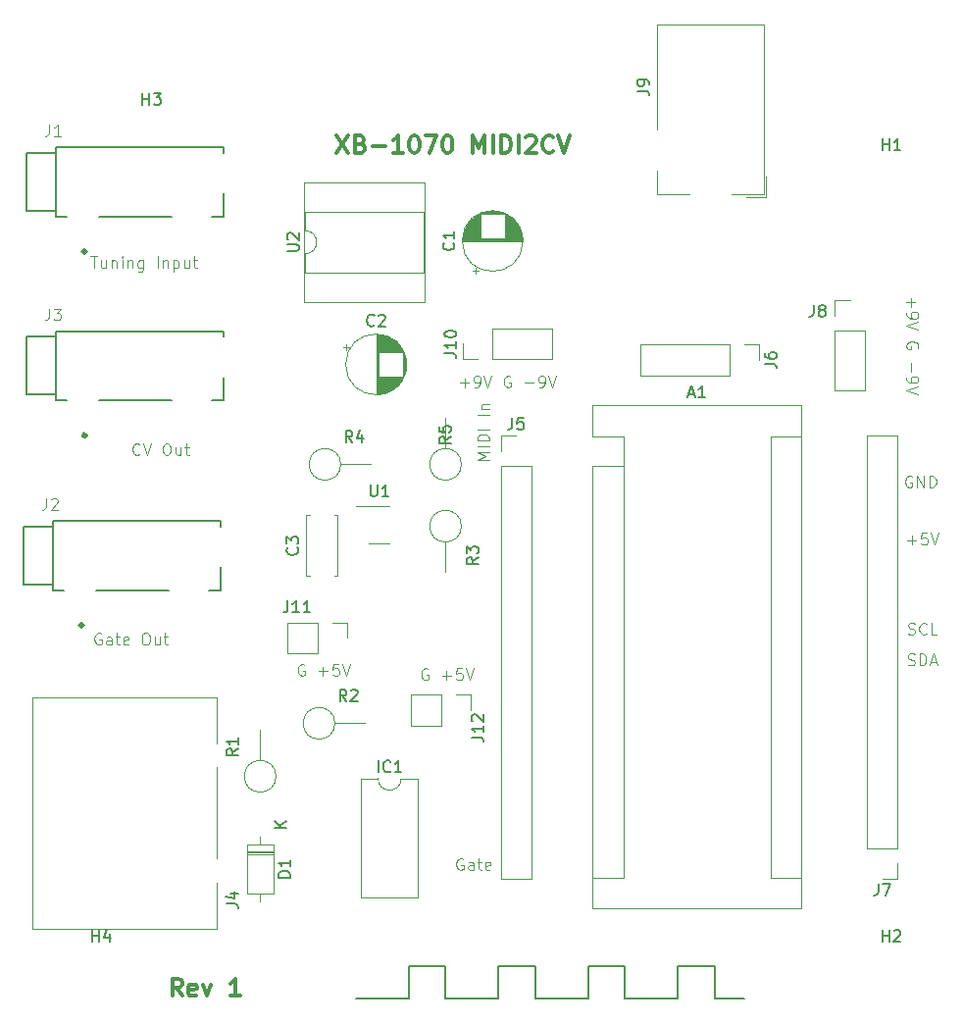
<source format=gbr>
G04 #@! TF.GenerationSoftware,KiCad,Pcbnew,(5.0.1)-rc2*
G04 #@! TF.CreationDate,2018-12-18T19:29:48-05:00*
G04 #@! TF.ProjectId,midi2cv,6D6964693263762E6B696361645F7063,rev?*
G04 #@! TF.SameCoordinates,Original*
G04 #@! TF.FileFunction,Legend,Top*
G04 #@! TF.FilePolarity,Positive*
%FSLAX46Y46*%
G04 Gerber Fmt 4.6, Leading zero omitted, Abs format (unit mm)*
G04 Created by KiCad (PCBNEW (5.0.1)-rc2) date 12/18/2018 7:29:48 PM*
%MOMM*%
%LPD*%
G01*
G04 APERTURE LIST*
%ADD10C,0.200000*%
%ADD11C,0.300000*%
%ADD12C,0.100000*%
%ADD13C,0.120000*%
%ADD14C,0.127000*%
%ADD15C,0.150000*%
%ADD16C,0.050000*%
G04 APERTURE END LIST*
D10*
X177800000Y-125349000D02*
X182372000Y-125349000D01*
X185547000Y-125349000D02*
X188087000Y-125349000D01*
X182372000Y-122555000D02*
X185547000Y-122555000D01*
X185547000Y-122555000D02*
X185547000Y-125349000D01*
X182372000Y-125349000D02*
X182372000Y-122555000D01*
X174625000Y-125349000D02*
X174625000Y-122555000D01*
X170053000Y-125349000D02*
X174625000Y-125349000D01*
X177800000Y-125349000D02*
X180340000Y-125349000D01*
X177800000Y-122555000D02*
X177800000Y-125349000D01*
X174625000Y-122555000D02*
X177800000Y-122555000D01*
X166878000Y-122555000D02*
X170053000Y-122555000D01*
X166878000Y-125349000D02*
X166878000Y-122555000D01*
X162306000Y-125349000D02*
X166878000Y-125349000D01*
X170053000Y-122555000D02*
X170053000Y-125349000D01*
X170053000Y-125349000D02*
X172593000Y-125349000D01*
X162306000Y-125349000D02*
X164846000Y-125349000D01*
X162306000Y-122555000D02*
X162306000Y-125349000D01*
X159131000Y-122555000D02*
X162306000Y-122555000D01*
X159131000Y-125349000D02*
X159131000Y-122555000D01*
X154559000Y-125349000D02*
X159131000Y-125349000D01*
D11*
X139569285Y-125138571D02*
X139069285Y-124424285D01*
X138712142Y-125138571D02*
X138712142Y-123638571D01*
X139283571Y-123638571D01*
X139426428Y-123710000D01*
X139497857Y-123781428D01*
X139569285Y-123924285D01*
X139569285Y-124138571D01*
X139497857Y-124281428D01*
X139426428Y-124352857D01*
X139283571Y-124424285D01*
X138712142Y-124424285D01*
X140783571Y-125067142D02*
X140640714Y-125138571D01*
X140355000Y-125138571D01*
X140212142Y-125067142D01*
X140140714Y-124924285D01*
X140140714Y-124352857D01*
X140212142Y-124210000D01*
X140355000Y-124138571D01*
X140640714Y-124138571D01*
X140783571Y-124210000D01*
X140855000Y-124352857D01*
X140855000Y-124495714D01*
X140140714Y-124638571D01*
X141355000Y-124138571D02*
X141712142Y-125138571D01*
X142069285Y-124138571D01*
X144569285Y-125138571D02*
X143712142Y-125138571D01*
X144140714Y-125138571D02*
X144140714Y-123638571D01*
X143997857Y-123852857D01*
X143855000Y-123995714D01*
X143712142Y-124067142D01*
X152905285Y-50867571D02*
X153905285Y-52367571D01*
X153905285Y-50867571D02*
X152905285Y-52367571D01*
X154976714Y-51581857D02*
X155191000Y-51653285D01*
X155262428Y-51724714D01*
X155333857Y-51867571D01*
X155333857Y-52081857D01*
X155262428Y-52224714D01*
X155191000Y-52296142D01*
X155048142Y-52367571D01*
X154476714Y-52367571D01*
X154476714Y-50867571D01*
X154976714Y-50867571D01*
X155119571Y-50939000D01*
X155191000Y-51010428D01*
X155262428Y-51153285D01*
X155262428Y-51296142D01*
X155191000Y-51439000D01*
X155119571Y-51510428D01*
X154976714Y-51581857D01*
X154476714Y-51581857D01*
X155976714Y-51796142D02*
X157119571Y-51796142D01*
X158619571Y-52367571D02*
X157762428Y-52367571D01*
X158191000Y-52367571D02*
X158191000Y-50867571D01*
X158048142Y-51081857D01*
X157905285Y-51224714D01*
X157762428Y-51296142D01*
X159548142Y-50867571D02*
X159691000Y-50867571D01*
X159833857Y-50939000D01*
X159905285Y-51010428D01*
X159976714Y-51153285D01*
X160048142Y-51439000D01*
X160048142Y-51796142D01*
X159976714Y-52081857D01*
X159905285Y-52224714D01*
X159833857Y-52296142D01*
X159691000Y-52367571D01*
X159548142Y-52367571D01*
X159405285Y-52296142D01*
X159333857Y-52224714D01*
X159262428Y-52081857D01*
X159191000Y-51796142D01*
X159191000Y-51439000D01*
X159262428Y-51153285D01*
X159333857Y-51010428D01*
X159405285Y-50939000D01*
X159548142Y-50867571D01*
X160548142Y-50867571D02*
X161548142Y-50867571D01*
X160905285Y-52367571D01*
X162405285Y-50867571D02*
X162548142Y-50867571D01*
X162691000Y-50939000D01*
X162762428Y-51010428D01*
X162833857Y-51153285D01*
X162905285Y-51439000D01*
X162905285Y-51796142D01*
X162833857Y-52081857D01*
X162762428Y-52224714D01*
X162691000Y-52296142D01*
X162548142Y-52367571D01*
X162405285Y-52367571D01*
X162262428Y-52296142D01*
X162191000Y-52224714D01*
X162119571Y-52081857D01*
X162048142Y-51796142D01*
X162048142Y-51439000D01*
X162119571Y-51153285D01*
X162191000Y-51010428D01*
X162262428Y-50939000D01*
X162405285Y-50867571D01*
X164691000Y-52367571D02*
X164691000Y-50867571D01*
X165191000Y-51939000D01*
X165691000Y-50867571D01*
X165691000Y-52367571D01*
X166405285Y-52367571D02*
X166405285Y-50867571D01*
X167119571Y-52367571D02*
X167119571Y-50867571D01*
X167476714Y-50867571D01*
X167691000Y-50939000D01*
X167833857Y-51081857D01*
X167905285Y-51224714D01*
X167976714Y-51510428D01*
X167976714Y-51724714D01*
X167905285Y-52010428D01*
X167833857Y-52153285D01*
X167691000Y-52296142D01*
X167476714Y-52367571D01*
X167119571Y-52367571D01*
X168619571Y-52367571D02*
X168619571Y-50867571D01*
X169262428Y-51010428D02*
X169333857Y-50939000D01*
X169476714Y-50867571D01*
X169833857Y-50867571D01*
X169976714Y-50939000D01*
X170048142Y-51010428D01*
X170119571Y-51153285D01*
X170119571Y-51296142D01*
X170048142Y-51510428D01*
X169191000Y-52367571D01*
X170119571Y-52367571D01*
X171619571Y-52224714D02*
X171548142Y-52296142D01*
X171333857Y-52367571D01*
X171191000Y-52367571D01*
X170976714Y-52296142D01*
X170833857Y-52153285D01*
X170762428Y-52010428D01*
X170691000Y-51724714D01*
X170691000Y-51510428D01*
X170762428Y-51224714D01*
X170833857Y-51081857D01*
X170976714Y-50939000D01*
X171191000Y-50867571D01*
X171333857Y-50867571D01*
X171548142Y-50939000D01*
X171619571Y-51010428D01*
X172048142Y-50867571D02*
X172548142Y-52367571D01*
X173048142Y-50867571D01*
D12*
X163568571Y-72207428D02*
X164330476Y-72207428D01*
X163949523Y-72588380D02*
X163949523Y-71826476D01*
X164854285Y-72588380D02*
X165044761Y-72588380D01*
X165140000Y-72540761D01*
X165187619Y-72493142D01*
X165282857Y-72350285D01*
X165330476Y-72159809D01*
X165330476Y-71778857D01*
X165282857Y-71683619D01*
X165235238Y-71636000D01*
X165140000Y-71588380D01*
X164949523Y-71588380D01*
X164854285Y-71636000D01*
X164806666Y-71683619D01*
X164759047Y-71778857D01*
X164759047Y-72016952D01*
X164806666Y-72112190D01*
X164854285Y-72159809D01*
X164949523Y-72207428D01*
X165140000Y-72207428D01*
X165235238Y-72159809D01*
X165282857Y-72112190D01*
X165330476Y-72016952D01*
X165616190Y-71588380D02*
X165949523Y-72588380D01*
X166282857Y-71588380D01*
X167901904Y-71636000D02*
X167806666Y-71588380D01*
X167663809Y-71588380D01*
X167520952Y-71636000D01*
X167425714Y-71731238D01*
X167378095Y-71826476D01*
X167330476Y-72016952D01*
X167330476Y-72159809D01*
X167378095Y-72350285D01*
X167425714Y-72445523D01*
X167520952Y-72540761D01*
X167663809Y-72588380D01*
X167759047Y-72588380D01*
X167901904Y-72540761D01*
X167949523Y-72493142D01*
X167949523Y-72159809D01*
X167759047Y-72159809D01*
X169140000Y-72207428D02*
X169901904Y-72207428D01*
X170425714Y-72588380D02*
X170616190Y-72588380D01*
X170711428Y-72540761D01*
X170759047Y-72493142D01*
X170854285Y-72350285D01*
X170901904Y-72159809D01*
X170901904Y-71778857D01*
X170854285Y-71683619D01*
X170806666Y-71636000D01*
X170711428Y-71588380D01*
X170520952Y-71588380D01*
X170425714Y-71636000D01*
X170378095Y-71683619D01*
X170330476Y-71778857D01*
X170330476Y-72016952D01*
X170378095Y-72112190D01*
X170425714Y-72159809D01*
X170520952Y-72207428D01*
X170711428Y-72207428D01*
X170806666Y-72159809D01*
X170854285Y-72112190D01*
X170901904Y-72016952D01*
X171187619Y-71588380D02*
X171520952Y-72588380D01*
X171854285Y-71588380D01*
X150122142Y-96528000D02*
X150026904Y-96480380D01*
X149884047Y-96480380D01*
X149741190Y-96528000D01*
X149645952Y-96623238D01*
X149598333Y-96718476D01*
X149550714Y-96908952D01*
X149550714Y-97051809D01*
X149598333Y-97242285D01*
X149645952Y-97337523D01*
X149741190Y-97432761D01*
X149884047Y-97480380D01*
X149979285Y-97480380D01*
X150122142Y-97432761D01*
X150169761Y-97385142D01*
X150169761Y-97051809D01*
X149979285Y-97051809D01*
X151360238Y-97099428D02*
X152122142Y-97099428D01*
X151741190Y-97480380D02*
X151741190Y-96718476D01*
X153074523Y-96480380D02*
X152598333Y-96480380D01*
X152550714Y-96956571D01*
X152598333Y-96908952D01*
X152693571Y-96861333D01*
X152931666Y-96861333D01*
X153026904Y-96908952D01*
X153074523Y-96956571D01*
X153122142Y-97051809D01*
X153122142Y-97289904D01*
X153074523Y-97385142D01*
X153026904Y-97432761D01*
X152931666Y-97480380D01*
X152693571Y-97480380D01*
X152598333Y-97432761D01*
X152550714Y-97385142D01*
X153407857Y-96480380D02*
X153741190Y-97480380D01*
X154074523Y-96480380D01*
X160790142Y-96909000D02*
X160694904Y-96861380D01*
X160552047Y-96861380D01*
X160409190Y-96909000D01*
X160313952Y-97004238D01*
X160266333Y-97099476D01*
X160218714Y-97289952D01*
X160218714Y-97432809D01*
X160266333Y-97623285D01*
X160313952Y-97718523D01*
X160409190Y-97813761D01*
X160552047Y-97861380D01*
X160647285Y-97861380D01*
X160790142Y-97813761D01*
X160837761Y-97766142D01*
X160837761Y-97432809D01*
X160647285Y-97432809D01*
X162028238Y-97480428D02*
X162790142Y-97480428D01*
X162409190Y-97861380D02*
X162409190Y-97099476D01*
X163742523Y-96861380D02*
X163266333Y-96861380D01*
X163218714Y-97337571D01*
X163266333Y-97289952D01*
X163361571Y-97242333D01*
X163599666Y-97242333D01*
X163694904Y-97289952D01*
X163742523Y-97337571D01*
X163790142Y-97432809D01*
X163790142Y-97670904D01*
X163742523Y-97766142D01*
X163694904Y-97813761D01*
X163599666Y-97861380D01*
X163361571Y-97861380D01*
X163266333Y-97813761D01*
X163218714Y-97766142D01*
X164075857Y-96861380D02*
X164409190Y-97861380D01*
X164742523Y-96861380D01*
X166060380Y-78834952D02*
X165060380Y-78834952D01*
X165774666Y-78501619D01*
X165060380Y-78168285D01*
X166060380Y-78168285D01*
X166060380Y-77692095D02*
X165060380Y-77692095D01*
X166060380Y-77215904D02*
X165060380Y-77215904D01*
X165060380Y-76977809D01*
X165108000Y-76834952D01*
X165203238Y-76739714D01*
X165298476Y-76692095D01*
X165488952Y-76644476D01*
X165631809Y-76644476D01*
X165822285Y-76692095D01*
X165917523Y-76739714D01*
X166012761Y-76834952D01*
X166060380Y-76977809D01*
X166060380Y-77215904D01*
X166060380Y-76215904D02*
X165060380Y-76215904D01*
X166060380Y-74977809D02*
X165060380Y-74977809D01*
X165393714Y-74501619D02*
X166060380Y-74501619D01*
X165488952Y-74501619D02*
X165441333Y-74454000D01*
X165393714Y-74358761D01*
X165393714Y-74215904D01*
X165441333Y-74120666D01*
X165536571Y-74073047D01*
X166060380Y-74073047D01*
X163814238Y-113292000D02*
X163719000Y-113244380D01*
X163576142Y-113244380D01*
X163433285Y-113292000D01*
X163338047Y-113387238D01*
X163290428Y-113482476D01*
X163242809Y-113672952D01*
X163242809Y-113815809D01*
X163290428Y-114006285D01*
X163338047Y-114101523D01*
X163433285Y-114196761D01*
X163576142Y-114244380D01*
X163671380Y-114244380D01*
X163814238Y-114196761D01*
X163861857Y-114149142D01*
X163861857Y-113815809D01*
X163671380Y-113815809D01*
X164719000Y-114244380D02*
X164719000Y-113720571D01*
X164671380Y-113625333D01*
X164576142Y-113577714D01*
X164385666Y-113577714D01*
X164290428Y-113625333D01*
X164719000Y-114196761D02*
X164623761Y-114244380D01*
X164385666Y-114244380D01*
X164290428Y-114196761D01*
X164242809Y-114101523D01*
X164242809Y-114006285D01*
X164290428Y-113911047D01*
X164385666Y-113863428D01*
X164623761Y-113863428D01*
X164719000Y-113815809D01*
X165052333Y-113577714D02*
X165433285Y-113577714D01*
X165195190Y-113244380D02*
X165195190Y-114101523D01*
X165242809Y-114196761D01*
X165338047Y-114244380D01*
X165433285Y-114244380D01*
X166147571Y-114196761D02*
X166052333Y-114244380D01*
X165861857Y-114244380D01*
X165766619Y-114196761D01*
X165719000Y-114101523D01*
X165719000Y-113720571D01*
X165766619Y-113625333D01*
X165861857Y-113577714D01*
X166052333Y-113577714D01*
X166147571Y-113625333D01*
X166195190Y-113720571D01*
X166195190Y-113815809D01*
X165719000Y-113911047D01*
X202565095Y-80272000D02*
X202469857Y-80224380D01*
X202327000Y-80224380D01*
X202184142Y-80272000D01*
X202088904Y-80367238D01*
X202041285Y-80462476D01*
X201993666Y-80652952D01*
X201993666Y-80795809D01*
X202041285Y-80986285D01*
X202088904Y-81081523D01*
X202184142Y-81176761D01*
X202327000Y-81224380D01*
X202422238Y-81224380D01*
X202565095Y-81176761D01*
X202612714Y-81129142D01*
X202612714Y-80795809D01*
X202422238Y-80795809D01*
X203041285Y-81224380D02*
X203041285Y-80224380D01*
X203612714Y-81224380D01*
X203612714Y-80224380D01*
X204088904Y-81224380D02*
X204088904Y-80224380D01*
X204327000Y-80224380D01*
X204469857Y-80272000D01*
X204565095Y-80367238D01*
X204612714Y-80462476D01*
X204660333Y-80652952D01*
X204660333Y-80795809D01*
X204612714Y-80986285D01*
X204565095Y-81081523D01*
X204469857Y-81176761D01*
X204327000Y-81224380D01*
X204088904Y-81224380D01*
X202168285Y-85796428D02*
X202930190Y-85796428D01*
X202549238Y-86177380D02*
X202549238Y-85415476D01*
X203882571Y-85177380D02*
X203406380Y-85177380D01*
X203358761Y-85653571D01*
X203406380Y-85605952D01*
X203501619Y-85558333D01*
X203739714Y-85558333D01*
X203834952Y-85605952D01*
X203882571Y-85653571D01*
X203930190Y-85748809D01*
X203930190Y-85986904D01*
X203882571Y-86082142D01*
X203834952Y-86129761D01*
X203739714Y-86177380D01*
X203501619Y-86177380D01*
X203406380Y-86129761D01*
X203358761Y-86082142D01*
X204215904Y-85177380D02*
X204549238Y-86177380D01*
X204882571Y-85177380D01*
X202239714Y-96543761D02*
X202382571Y-96591380D01*
X202620666Y-96591380D01*
X202715904Y-96543761D01*
X202763523Y-96496142D01*
X202811142Y-96400904D01*
X202811142Y-96305666D01*
X202763523Y-96210428D01*
X202715904Y-96162809D01*
X202620666Y-96115190D01*
X202430190Y-96067571D01*
X202334952Y-96019952D01*
X202287333Y-95972333D01*
X202239714Y-95877095D01*
X202239714Y-95781857D01*
X202287333Y-95686619D01*
X202334952Y-95639000D01*
X202430190Y-95591380D01*
X202668285Y-95591380D01*
X202811142Y-95639000D01*
X203239714Y-96591380D02*
X203239714Y-95591380D01*
X203477809Y-95591380D01*
X203620666Y-95639000D01*
X203715904Y-95734238D01*
X203763523Y-95829476D01*
X203811142Y-96019952D01*
X203811142Y-96162809D01*
X203763523Y-96353285D01*
X203715904Y-96448523D01*
X203620666Y-96543761D01*
X203477809Y-96591380D01*
X203239714Y-96591380D01*
X204192095Y-96305666D02*
X204668285Y-96305666D01*
X204096857Y-96591380D02*
X204430190Y-95591380D01*
X204763523Y-96591380D01*
X202263523Y-93876761D02*
X202406380Y-93924380D01*
X202644476Y-93924380D01*
X202739714Y-93876761D01*
X202787333Y-93829142D01*
X202834952Y-93733904D01*
X202834952Y-93638666D01*
X202787333Y-93543428D01*
X202739714Y-93495809D01*
X202644476Y-93448190D01*
X202454000Y-93400571D01*
X202358761Y-93352952D01*
X202311142Y-93305333D01*
X202263523Y-93210095D01*
X202263523Y-93114857D01*
X202311142Y-93019619D01*
X202358761Y-92972000D01*
X202454000Y-92924380D01*
X202692095Y-92924380D01*
X202834952Y-92972000D01*
X203834952Y-93829142D02*
X203787333Y-93876761D01*
X203644476Y-93924380D01*
X203549238Y-93924380D01*
X203406380Y-93876761D01*
X203311142Y-93781523D01*
X203263523Y-93686285D01*
X203215904Y-93495809D01*
X203215904Y-93352952D01*
X203263523Y-93162476D01*
X203311142Y-93067238D01*
X203406380Y-92972000D01*
X203549238Y-92924380D01*
X203644476Y-92924380D01*
X203787333Y-92972000D01*
X203834952Y-93019619D01*
X204739714Y-93924380D02*
X204263523Y-93924380D01*
X204263523Y-92924380D01*
X202493571Y-64889571D02*
X202493571Y-65651476D01*
X202112619Y-65270523D02*
X202874523Y-65270523D01*
X202112619Y-66175285D02*
X202112619Y-66365761D01*
X202160238Y-66461000D01*
X202207857Y-66508619D01*
X202350714Y-66603857D01*
X202541190Y-66651476D01*
X202922142Y-66651476D01*
X203017380Y-66603857D01*
X203065000Y-66556238D01*
X203112619Y-66461000D01*
X203112619Y-66270523D01*
X203065000Y-66175285D01*
X203017380Y-66127666D01*
X202922142Y-66080047D01*
X202684047Y-66080047D01*
X202588809Y-66127666D01*
X202541190Y-66175285D01*
X202493571Y-66270523D01*
X202493571Y-66461000D01*
X202541190Y-66556238D01*
X202588809Y-66603857D01*
X202684047Y-66651476D01*
X203112619Y-66937190D02*
X202112619Y-67270523D01*
X203112619Y-67603857D01*
X203065000Y-69222904D02*
X203112619Y-69127666D01*
X203112619Y-68984809D01*
X203065000Y-68841952D01*
X202969761Y-68746714D01*
X202874523Y-68699095D01*
X202684047Y-68651476D01*
X202541190Y-68651476D01*
X202350714Y-68699095D01*
X202255476Y-68746714D01*
X202160238Y-68841952D01*
X202112619Y-68984809D01*
X202112619Y-69080047D01*
X202160238Y-69222904D01*
X202207857Y-69270523D01*
X202541190Y-69270523D01*
X202541190Y-69080047D01*
X202493571Y-70461000D02*
X202493571Y-71222904D01*
X202112619Y-71746714D02*
X202112619Y-71937190D01*
X202160238Y-72032428D01*
X202207857Y-72080047D01*
X202350714Y-72175285D01*
X202541190Y-72222904D01*
X202922142Y-72222904D01*
X203017380Y-72175285D01*
X203065000Y-72127666D01*
X203112619Y-72032428D01*
X203112619Y-71841952D01*
X203065000Y-71746714D01*
X203017380Y-71699095D01*
X202922142Y-71651476D01*
X202684047Y-71651476D01*
X202588809Y-71699095D01*
X202541190Y-71746714D01*
X202493571Y-71841952D01*
X202493571Y-72032428D01*
X202541190Y-72127666D01*
X202588809Y-72175285D01*
X202684047Y-72222904D01*
X203112619Y-72508619D02*
X202112619Y-72841952D01*
X203112619Y-73175285D01*
D13*
G04 #@! TO.C,J12*
X164525000Y-99127000D02*
X164525000Y-100457000D01*
X163195000Y-99127000D02*
X164525000Y-99127000D01*
X161925000Y-99127000D02*
X161925000Y-101787000D01*
X161925000Y-101787000D02*
X159325000Y-101787000D01*
X161925000Y-99127000D02*
X159325000Y-99127000D01*
X159325000Y-99127000D02*
X159325000Y-101787000D01*
G04 #@! TO.C,J11*
X148657000Y-92904000D02*
X148657000Y-95564000D01*
X151257000Y-92904000D02*
X148657000Y-92904000D01*
X151257000Y-95564000D02*
X148657000Y-95564000D01*
X151257000Y-92904000D02*
X151257000Y-95564000D01*
X152527000Y-92904000D02*
X153857000Y-92904000D01*
X153857000Y-92904000D02*
X153857000Y-94234000D01*
G04 #@! TO.C,J10*
X171510000Y-70164000D02*
X171510000Y-67504000D01*
X166370000Y-70164000D02*
X171510000Y-70164000D01*
X166370000Y-67504000D02*
X171510000Y-67504000D01*
X166370000Y-70164000D02*
X166370000Y-67504000D01*
X165100000Y-70164000D02*
X163770000Y-70164000D01*
X163770000Y-70164000D02*
X163770000Y-68834000D01*
G04 #@! TO.C,J9*
X180566000Y-50318000D02*
X180566000Y-41318000D01*
X180566000Y-41318000D02*
X189766000Y-41318000D01*
X189766000Y-41318000D02*
X189766000Y-55918000D01*
X189766000Y-55918000D02*
X186966000Y-55918000D01*
X183366000Y-55918000D02*
X180566000Y-55918000D01*
X180566000Y-55918000D02*
X180566000Y-53918000D01*
X190006000Y-54418000D02*
X190006000Y-56158000D01*
X190006000Y-56158000D02*
X188266000Y-56158000D01*
G04 #@! TO.C,J4*
X142582000Y-115380000D02*
X142582000Y-119340000D01*
X142582000Y-105400000D02*
X142582000Y-113270000D01*
X142582000Y-119340000D02*
X126652000Y-119340000D01*
X126652000Y-99340000D02*
X126652000Y-119340000D01*
X142582000Y-99340000D02*
X126652000Y-99340000D01*
X142582000Y-99340000D02*
X142582000Y-103300000D01*
G04 #@! TO.C,A1*
X177673000Y-79375000D02*
X177673000Y-76835000D01*
X177673000Y-76835000D02*
X175003000Y-76835000D01*
X175003000Y-79375000D02*
X175003000Y-117605000D01*
X175003000Y-74165000D02*
X175003000Y-76835000D01*
X190373000Y-76835000D02*
X193043000Y-76835000D01*
X190373000Y-76835000D02*
X190373000Y-114935000D01*
X190373000Y-114935000D02*
X193043000Y-114935000D01*
X177673000Y-79375000D02*
X175003000Y-79375000D01*
X177673000Y-79375000D02*
X177673000Y-114935000D01*
X177673000Y-114935000D02*
X175003000Y-114935000D01*
X175003000Y-117605000D02*
X193043000Y-117605000D01*
X193043000Y-117605000D02*
X193043000Y-74165000D01*
X193043000Y-74165000D02*
X175003000Y-74165000D01*
G04 #@! TO.C,C1*
X168990000Y-59964000D02*
G75*
G03X168990000Y-59964000I-2620000J0D01*
G01*
X163790000Y-59964000D02*
X168950000Y-59964000D01*
X163790000Y-59924000D02*
X168950000Y-59924000D01*
X163791000Y-59884000D02*
X168949000Y-59884000D01*
X163792000Y-59844000D02*
X168948000Y-59844000D01*
X163794000Y-59804000D02*
X168946000Y-59804000D01*
X163797000Y-59764000D02*
X168943000Y-59764000D01*
X163801000Y-59724000D02*
X165330000Y-59724000D01*
X167410000Y-59724000D02*
X168939000Y-59724000D01*
X163805000Y-59684000D02*
X165330000Y-59684000D01*
X167410000Y-59684000D02*
X168935000Y-59684000D01*
X163809000Y-59644000D02*
X165330000Y-59644000D01*
X167410000Y-59644000D02*
X168931000Y-59644000D01*
X163814000Y-59604000D02*
X165330000Y-59604000D01*
X167410000Y-59604000D02*
X168926000Y-59604000D01*
X163820000Y-59564000D02*
X165330000Y-59564000D01*
X167410000Y-59564000D02*
X168920000Y-59564000D01*
X163827000Y-59524000D02*
X165330000Y-59524000D01*
X167410000Y-59524000D02*
X168913000Y-59524000D01*
X163834000Y-59484000D02*
X165330000Y-59484000D01*
X167410000Y-59484000D02*
X168906000Y-59484000D01*
X163842000Y-59444000D02*
X165330000Y-59444000D01*
X167410000Y-59444000D02*
X168898000Y-59444000D01*
X163850000Y-59404000D02*
X165330000Y-59404000D01*
X167410000Y-59404000D02*
X168890000Y-59404000D01*
X163859000Y-59364000D02*
X165330000Y-59364000D01*
X167410000Y-59364000D02*
X168881000Y-59364000D01*
X163869000Y-59324000D02*
X165330000Y-59324000D01*
X167410000Y-59324000D02*
X168871000Y-59324000D01*
X163879000Y-59284000D02*
X165330000Y-59284000D01*
X167410000Y-59284000D02*
X168861000Y-59284000D01*
X163890000Y-59243000D02*
X165330000Y-59243000D01*
X167410000Y-59243000D02*
X168850000Y-59243000D01*
X163902000Y-59203000D02*
X165330000Y-59203000D01*
X167410000Y-59203000D02*
X168838000Y-59203000D01*
X163915000Y-59163000D02*
X165330000Y-59163000D01*
X167410000Y-59163000D02*
X168825000Y-59163000D01*
X163928000Y-59123000D02*
X165330000Y-59123000D01*
X167410000Y-59123000D02*
X168812000Y-59123000D01*
X163942000Y-59083000D02*
X165330000Y-59083000D01*
X167410000Y-59083000D02*
X168798000Y-59083000D01*
X163956000Y-59043000D02*
X165330000Y-59043000D01*
X167410000Y-59043000D02*
X168784000Y-59043000D01*
X163972000Y-59003000D02*
X165330000Y-59003000D01*
X167410000Y-59003000D02*
X168768000Y-59003000D01*
X163988000Y-58963000D02*
X165330000Y-58963000D01*
X167410000Y-58963000D02*
X168752000Y-58963000D01*
X164005000Y-58923000D02*
X165330000Y-58923000D01*
X167410000Y-58923000D02*
X168735000Y-58923000D01*
X164022000Y-58883000D02*
X165330000Y-58883000D01*
X167410000Y-58883000D02*
X168718000Y-58883000D01*
X164041000Y-58843000D02*
X165330000Y-58843000D01*
X167410000Y-58843000D02*
X168699000Y-58843000D01*
X164060000Y-58803000D02*
X165330000Y-58803000D01*
X167410000Y-58803000D02*
X168680000Y-58803000D01*
X164080000Y-58763000D02*
X165330000Y-58763000D01*
X167410000Y-58763000D02*
X168660000Y-58763000D01*
X164102000Y-58723000D02*
X165330000Y-58723000D01*
X167410000Y-58723000D02*
X168638000Y-58723000D01*
X164123000Y-58683000D02*
X165330000Y-58683000D01*
X167410000Y-58683000D02*
X168617000Y-58683000D01*
X164146000Y-58643000D02*
X165330000Y-58643000D01*
X167410000Y-58643000D02*
X168594000Y-58643000D01*
X164170000Y-58603000D02*
X165330000Y-58603000D01*
X167410000Y-58603000D02*
X168570000Y-58603000D01*
X164195000Y-58563000D02*
X165330000Y-58563000D01*
X167410000Y-58563000D02*
X168545000Y-58563000D01*
X164221000Y-58523000D02*
X165330000Y-58523000D01*
X167410000Y-58523000D02*
X168519000Y-58523000D01*
X164248000Y-58483000D02*
X165330000Y-58483000D01*
X167410000Y-58483000D02*
X168492000Y-58483000D01*
X164275000Y-58443000D02*
X165330000Y-58443000D01*
X167410000Y-58443000D02*
X168465000Y-58443000D01*
X164305000Y-58403000D02*
X165330000Y-58403000D01*
X167410000Y-58403000D02*
X168435000Y-58403000D01*
X164335000Y-58363000D02*
X165330000Y-58363000D01*
X167410000Y-58363000D02*
X168405000Y-58363000D01*
X164366000Y-58323000D02*
X165330000Y-58323000D01*
X167410000Y-58323000D02*
X168374000Y-58323000D01*
X164399000Y-58283000D02*
X165330000Y-58283000D01*
X167410000Y-58283000D02*
X168341000Y-58283000D01*
X164433000Y-58243000D02*
X165330000Y-58243000D01*
X167410000Y-58243000D02*
X168307000Y-58243000D01*
X164469000Y-58203000D02*
X165330000Y-58203000D01*
X167410000Y-58203000D02*
X168271000Y-58203000D01*
X164506000Y-58163000D02*
X165330000Y-58163000D01*
X167410000Y-58163000D02*
X168234000Y-58163000D01*
X164544000Y-58123000D02*
X165330000Y-58123000D01*
X167410000Y-58123000D02*
X168196000Y-58123000D01*
X164585000Y-58083000D02*
X165330000Y-58083000D01*
X167410000Y-58083000D02*
X168155000Y-58083000D01*
X164627000Y-58043000D02*
X165330000Y-58043000D01*
X167410000Y-58043000D02*
X168113000Y-58043000D01*
X164671000Y-58003000D02*
X165330000Y-58003000D01*
X167410000Y-58003000D02*
X168069000Y-58003000D01*
X164717000Y-57963000D02*
X165330000Y-57963000D01*
X167410000Y-57963000D02*
X168023000Y-57963000D01*
X164765000Y-57923000D02*
X165330000Y-57923000D01*
X167410000Y-57923000D02*
X167975000Y-57923000D01*
X164816000Y-57883000D02*
X165330000Y-57883000D01*
X167410000Y-57883000D02*
X167924000Y-57883000D01*
X164870000Y-57843000D02*
X165330000Y-57843000D01*
X167410000Y-57843000D02*
X167870000Y-57843000D01*
X164927000Y-57803000D02*
X165330000Y-57803000D01*
X167410000Y-57803000D02*
X167813000Y-57803000D01*
X164987000Y-57763000D02*
X165330000Y-57763000D01*
X167410000Y-57763000D02*
X167753000Y-57763000D01*
X165051000Y-57723000D02*
X165330000Y-57723000D01*
X167410000Y-57723000D02*
X167689000Y-57723000D01*
X165119000Y-57683000D02*
X165330000Y-57683000D01*
X167410000Y-57683000D02*
X167621000Y-57683000D01*
X165192000Y-57643000D02*
X167548000Y-57643000D01*
X165272000Y-57603000D02*
X167468000Y-57603000D01*
X165359000Y-57563000D02*
X167381000Y-57563000D01*
X165455000Y-57523000D02*
X167285000Y-57523000D01*
X165565000Y-57483000D02*
X167175000Y-57483000D01*
X165693000Y-57443000D02*
X167047000Y-57443000D01*
X165852000Y-57403000D02*
X166888000Y-57403000D01*
X166086000Y-57363000D02*
X166654000Y-57363000D01*
X164895000Y-62768775D02*
X164895000Y-62268775D01*
X164645000Y-62518775D02*
X165145000Y-62518775D01*
G04 #@! TO.C,C2*
X153762225Y-68887000D02*
X153762225Y-69387000D01*
X153512225Y-69137000D02*
X154012225Y-69137000D01*
X158918000Y-70328000D02*
X158918000Y-70896000D01*
X158878000Y-70094000D02*
X158878000Y-71130000D01*
X158838000Y-69935000D02*
X158838000Y-71289000D01*
X158798000Y-69807000D02*
X158798000Y-71417000D01*
X158758000Y-69697000D02*
X158758000Y-71527000D01*
X158718000Y-69601000D02*
X158718000Y-71623000D01*
X158678000Y-69514000D02*
X158678000Y-71710000D01*
X158638000Y-69434000D02*
X158638000Y-71790000D01*
X158598000Y-71652000D02*
X158598000Y-71863000D01*
X158598000Y-69361000D02*
X158598000Y-69572000D01*
X158558000Y-71652000D02*
X158558000Y-71931000D01*
X158558000Y-69293000D02*
X158558000Y-69572000D01*
X158518000Y-71652000D02*
X158518000Y-71995000D01*
X158518000Y-69229000D02*
X158518000Y-69572000D01*
X158478000Y-71652000D02*
X158478000Y-72055000D01*
X158478000Y-69169000D02*
X158478000Y-69572000D01*
X158438000Y-71652000D02*
X158438000Y-72112000D01*
X158438000Y-69112000D02*
X158438000Y-69572000D01*
X158398000Y-71652000D02*
X158398000Y-72166000D01*
X158398000Y-69058000D02*
X158398000Y-69572000D01*
X158358000Y-71652000D02*
X158358000Y-72217000D01*
X158358000Y-69007000D02*
X158358000Y-69572000D01*
X158318000Y-71652000D02*
X158318000Y-72265000D01*
X158318000Y-68959000D02*
X158318000Y-69572000D01*
X158278000Y-71652000D02*
X158278000Y-72311000D01*
X158278000Y-68913000D02*
X158278000Y-69572000D01*
X158238000Y-71652000D02*
X158238000Y-72355000D01*
X158238000Y-68869000D02*
X158238000Y-69572000D01*
X158198000Y-71652000D02*
X158198000Y-72397000D01*
X158198000Y-68827000D02*
X158198000Y-69572000D01*
X158158000Y-71652000D02*
X158158000Y-72438000D01*
X158158000Y-68786000D02*
X158158000Y-69572000D01*
X158118000Y-71652000D02*
X158118000Y-72476000D01*
X158118000Y-68748000D02*
X158118000Y-69572000D01*
X158078000Y-71652000D02*
X158078000Y-72513000D01*
X158078000Y-68711000D02*
X158078000Y-69572000D01*
X158038000Y-71652000D02*
X158038000Y-72549000D01*
X158038000Y-68675000D02*
X158038000Y-69572000D01*
X157998000Y-71652000D02*
X157998000Y-72583000D01*
X157998000Y-68641000D02*
X157998000Y-69572000D01*
X157958000Y-71652000D02*
X157958000Y-72616000D01*
X157958000Y-68608000D02*
X157958000Y-69572000D01*
X157918000Y-71652000D02*
X157918000Y-72647000D01*
X157918000Y-68577000D02*
X157918000Y-69572000D01*
X157878000Y-71652000D02*
X157878000Y-72677000D01*
X157878000Y-68547000D02*
X157878000Y-69572000D01*
X157838000Y-71652000D02*
X157838000Y-72707000D01*
X157838000Y-68517000D02*
X157838000Y-69572000D01*
X157798000Y-71652000D02*
X157798000Y-72734000D01*
X157798000Y-68490000D02*
X157798000Y-69572000D01*
X157758000Y-71652000D02*
X157758000Y-72761000D01*
X157758000Y-68463000D02*
X157758000Y-69572000D01*
X157718000Y-71652000D02*
X157718000Y-72787000D01*
X157718000Y-68437000D02*
X157718000Y-69572000D01*
X157678000Y-71652000D02*
X157678000Y-72812000D01*
X157678000Y-68412000D02*
X157678000Y-69572000D01*
X157638000Y-71652000D02*
X157638000Y-72836000D01*
X157638000Y-68388000D02*
X157638000Y-69572000D01*
X157598000Y-71652000D02*
X157598000Y-72859000D01*
X157598000Y-68365000D02*
X157598000Y-69572000D01*
X157558000Y-71652000D02*
X157558000Y-72880000D01*
X157558000Y-68344000D02*
X157558000Y-69572000D01*
X157518000Y-71652000D02*
X157518000Y-72902000D01*
X157518000Y-68322000D02*
X157518000Y-69572000D01*
X157478000Y-71652000D02*
X157478000Y-72922000D01*
X157478000Y-68302000D02*
X157478000Y-69572000D01*
X157438000Y-71652000D02*
X157438000Y-72941000D01*
X157438000Y-68283000D02*
X157438000Y-69572000D01*
X157398000Y-71652000D02*
X157398000Y-72960000D01*
X157398000Y-68264000D02*
X157398000Y-69572000D01*
X157358000Y-71652000D02*
X157358000Y-72977000D01*
X157358000Y-68247000D02*
X157358000Y-69572000D01*
X157318000Y-71652000D02*
X157318000Y-72994000D01*
X157318000Y-68230000D02*
X157318000Y-69572000D01*
X157278000Y-71652000D02*
X157278000Y-73010000D01*
X157278000Y-68214000D02*
X157278000Y-69572000D01*
X157238000Y-71652000D02*
X157238000Y-73026000D01*
X157238000Y-68198000D02*
X157238000Y-69572000D01*
X157198000Y-71652000D02*
X157198000Y-73040000D01*
X157198000Y-68184000D02*
X157198000Y-69572000D01*
X157158000Y-71652000D02*
X157158000Y-73054000D01*
X157158000Y-68170000D02*
X157158000Y-69572000D01*
X157118000Y-71652000D02*
X157118000Y-73067000D01*
X157118000Y-68157000D02*
X157118000Y-69572000D01*
X157078000Y-71652000D02*
X157078000Y-73080000D01*
X157078000Y-68144000D02*
X157078000Y-69572000D01*
X157038000Y-71652000D02*
X157038000Y-73092000D01*
X157038000Y-68132000D02*
X157038000Y-69572000D01*
X156997000Y-71652000D02*
X156997000Y-73103000D01*
X156997000Y-68121000D02*
X156997000Y-69572000D01*
X156957000Y-71652000D02*
X156957000Y-73113000D01*
X156957000Y-68111000D02*
X156957000Y-69572000D01*
X156917000Y-71652000D02*
X156917000Y-73123000D01*
X156917000Y-68101000D02*
X156917000Y-69572000D01*
X156877000Y-71652000D02*
X156877000Y-73132000D01*
X156877000Y-68092000D02*
X156877000Y-69572000D01*
X156837000Y-71652000D02*
X156837000Y-73140000D01*
X156837000Y-68084000D02*
X156837000Y-69572000D01*
X156797000Y-71652000D02*
X156797000Y-73148000D01*
X156797000Y-68076000D02*
X156797000Y-69572000D01*
X156757000Y-71652000D02*
X156757000Y-73155000D01*
X156757000Y-68069000D02*
X156757000Y-69572000D01*
X156717000Y-71652000D02*
X156717000Y-73162000D01*
X156717000Y-68062000D02*
X156717000Y-69572000D01*
X156677000Y-71652000D02*
X156677000Y-73168000D01*
X156677000Y-68056000D02*
X156677000Y-69572000D01*
X156637000Y-71652000D02*
X156637000Y-73173000D01*
X156637000Y-68051000D02*
X156637000Y-69572000D01*
X156597000Y-71652000D02*
X156597000Y-73177000D01*
X156597000Y-68047000D02*
X156597000Y-69572000D01*
X156557000Y-71652000D02*
X156557000Y-73181000D01*
X156557000Y-68043000D02*
X156557000Y-69572000D01*
X156517000Y-68039000D02*
X156517000Y-73185000D01*
X156477000Y-68036000D02*
X156477000Y-73188000D01*
X156437000Y-68034000D02*
X156437000Y-73190000D01*
X156397000Y-68033000D02*
X156397000Y-73191000D01*
X156357000Y-68032000D02*
X156357000Y-73192000D01*
X156317000Y-68032000D02*
X156317000Y-73192000D01*
X158937000Y-70612000D02*
G75*
G03X158937000Y-70612000I-2620000J0D01*
G01*
G04 #@! TO.C,C3*
X150268000Y-88893000D02*
X150268000Y-83653000D01*
X153008000Y-88893000D02*
X153008000Y-83653000D01*
X150268000Y-88893000D02*
X150583000Y-88893000D01*
X152693000Y-88893000D02*
X153008000Y-88893000D01*
X150268000Y-83653000D02*
X150583000Y-83653000D01*
X152693000Y-83653000D02*
X153008000Y-83653000D01*
G04 #@! TO.C,D1*
X147424000Y-112053000D02*
X145184000Y-112053000D01*
X145184000Y-112053000D02*
X145184000Y-116293000D01*
X145184000Y-116293000D02*
X147424000Y-116293000D01*
X147424000Y-116293000D02*
X147424000Y-112053000D01*
X146304000Y-111403000D02*
X146304000Y-112053000D01*
X146304000Y-116943000D02*
X146304000Y-116293000D01*
X147424000Y-112773000D02*
X145184000Y-112773000D01*
X147424000Y-112893000D02*
X145184000Y-112893000D01*
X147424000Y-112653000D02*
X145184000Y-112653000D01*
G04 #@! TO.C,IC1*
X158480000Y-106366000D02*
G75*
G02X156480000Y-106366000I-1000000J0D01*
G01*
X156480000Y-106366000D02*
X155030000Y-106366000D01*
X155030000Y-106366000D02*
X155030000Y-116646000D01*
X155030000Y-116646000D02*
X159930000Y-116646000D01*
X159930000Y-116646000D02*
X159930000Y-106366000D01*
X159930000Y-106366000D02*
X158480000Y-106366000D01*
D14*
G04 #@! TO.C,J1*
X132390000Y-57864000D02*
X138640000Y-57864000D01*
X143140000Y-57864000D02*
X142140000Y-57864000D01*
X143140000Y-55864000D02*
X143140000Y-57864000D01*
X143140000Y-51864000D02*
X143140000Y-52364000D01*
X128640000Y-51864000D02*
X143140000Y-51864000D01*
X128640000Y-57364000D02*
X128640000Y-51864000D01*
X128640000Y-57864000D02*
X129640000Y-57864000D01*
X128640000Y-57364000D02*
X128640000Y-57864000D01*
X126140000Y-57364000D02*
X128640000Y-57364000D01*
X126140000Y-52364000D02*
X126140000Y-57364000D01*
X128640000Y-52364000D02*
X126140000Y-52364000D01*
D11*
X131290000Y-60864000D02*
G75*
G03X131290000Y-60864000I-150000J0D01*
G01*
G04 #@! TO.C,J2*
X131036000Y-93122000D02*
G75*
G03X131036000Y-93122000I-150000J0D01*
G01*
D14*
X128386000Y-84622000D02*
X125886000Y-84622000D01*
X125886000Y-84622000D02*
X125886000Y-89622000D01*
X125886000Y-89622000D02*
X128386000Y-89622000D01*
X128386000Y-89622000D02*
X128386000Y-90122000D01*
X128386000Y-90122000D02*
X129386000Y-90122000D01*
X128386000Y-89622000D02*
X128386000Y-84122000D01*
X128386000Y-84122000D02*
X142886000Y-84122000D01*
X142886000Y-84122000D02*
X142886000Y-84622000D01*
X142886000Y-88122000D02*
X142886000Y-90122000D01*
X142886000Y-90122000D02*
X141886000Y-90122000D01*
X132136000Y-90122000D02*
X138386000Y-90122000D01*
D11*
G04 #@! TO.C,J3*
X131290000Y-76739000D02*
G75*
G03X131290000Y-76739000I-150000J0D01*
G01*
D14*
X128640000Y-68239000D02*
X126140000Y-68239000D01*
X126140000Y-68239000D02*
X126140000Y-73239000D01*
X126140000Y-73239000D02*
X128640000Y-73239000D01*
X128640000Y-73239000D02*
X128640000Y-73739000D01*
X128640000Y-73739000D02*
X129640000Y-73739000D01*
X128640000Y-73239000D02*
X128640000Y-67739000D01*
X128640000Y-67739000D02*
X143140000Y-67739000D01*
X143140000Y-67739000D02*
X143140000Y-68239000D01*
X143140000Y-71739000D02*
X143140000Y-73739000D01*
X143140000Y-73739000D02*
X142140000Y-73739000D01*
X132390000Y-73739000D02*
X138640000Y-73739000D01*
D13*
G04 #@! TO.C,J5*
X167072000Y-76775000D02*
X168402000Y-76775000D01*
X167072000Y-78105000D02*
X167072000Y-76775000D01*
X167072000Y-79375000D02*
X169732000Y-79375000D01*
X169732000Y-79375000D02*
X169732000Y-114995000D01*
X167072000Y-79375000D02*
X167072000Y-114995000D01*
X167072000Y-114995000D02*
X169732000Y-114995000D01*
G04 #@! TO.C,J6*
X179137000Y-68901000D02*
X179137000Y-71561000D01*
X186817000Y-68901000D02*
X179137000Y-68901000D01*
X186817000Y-71561000D02*
X179137000Y-71561000D01*
X186817000Y-68901000D02*
X186817000Y-71561000D01*
X188087000Y-68901000D02*
X189417000Y-68901000D01*
X189417000Y-68901000D02*
X189417000Y-70231000D01*
G04 #@! TO.C,J7*
X201355000Y-76775000D02*
X198695000Y-76775000D01*
X201355000Y-112395000D02*
X201355000Y-76775000D01*
X198695000Y-112395000D02*
X198695000Y-76775000D01*
X201355000Y-112395000D02*
X198695000Y-112395000D01*
X201355000Y-113665000D02*
X201355000Y-114995000D01*
X201355000Y-114995000D02*
X200025000Y-114995000D01*
G04 #@! TO.C,J8*
X195901000Y-72831000D02*
X198561000Y-72831000D01*
X195901000Y-67691000D02*
X195901000Y-72831000D01*
X198561000Y-67691000D02*
X198561000Y-72831000D01*
X195901000Y-67691000D02*
X198561000Y-67691000D01*
X195901000Y-66421000D02*
X195901000Y-65091000D01*
X195901000Y-65091000D02*
X197231000Y-65091000D01*
G04 #@! TO.C,R1*
X147674000Y-106172000D02*
G75*
G03X147674000Y-106172000I-1370000J0D01*
G01*
X146304000Y-104802000D02*
X146304000Y-102192000D01*
G04 #@! TO.C,R2*
X152754000Y-101600000D02*
G75*
G03X152754000Y-101600000I-1370000J0D01*
G01*
X152754000Y-101600000D02*
X155364000Y-101600000D01*
G04 #@! TO.C,R3*
X163676000Y-84582000D02*
G75*
G03X163676000Y-84582000I-1370000J0D01*
G01*
X162306000Y-85952000D02*
X162306000Y-88562000D01*
G04 #@! TO.C,R4*
X153262000Y-79248000D02*
X155872000Y-79248000D01*
X153262000Y-79248000D02*
G75*
G03X153262000Y-79248000I-1370000J0D01*
G01*
G04 #@! TO.C,R5*
X162306000Y-77878000D02*
X162306000Y-75268000D01*
X163676000Y-79248000D02*
G75*
G03X163676000Y-79248000I-1370000J0D01*
G01*
G04 #@! TO.C,U1*
X155691000Y-86065000D02*
X157491000Y-86065000D01*
X157491000Y-82845000D02*
X154541000Y-82845000D01*
G04 #@! TO.C,U2*
X150181000Y-59071000D02*
G75*
G02X150181000Y-61071000I0J-1000000D01*
G01*
X150181000Y-61071000D02*
X150181000Y-62721000D01*
X150181000Y-62721000D02*
X160461000Y-62721000D01*
X160461000Y-62721000D02*
X160461000Y-57421000D01*
X160461000Y-57421000D02*
X150181000Y-57421000D01*
X150181000Y-57421000D02*
X150181000Y-59071000D01*
X150121000Y-65211000D02*
X160521000Y-65211000D01*
X160521000Y-65211000D02*
X160521000Y-54931000D01*
X160521000Y-54931000D02*
X150121000Y-54931000D01*
X150121000Y-54931000D02*
X150121000Y-65211000D01*
G04 #@! TO.C,H2*
D15*
X200025095Y-120427380D02*
X200025095Y-119427380D01*
X200025095Y-119903571D02*
X200596523Y-119903571D01*
X200596523Y-120427380D02*
X200596523Y-119427380D01*
X201025095Y-119522619D02*
X201072714Y-119475000D01*
X201167952Y-119427380D01*
X201406047Y-119427380D01*
X201501285Y-119475000D01*
X201548904Y-119522619D01*
X201596523Y-119617857D01*
X201596523Y-119713095D01*
X201548904Y-119855952D01*
X200977476Y-120427380D01*
X201596523Y-120427380D01*
G04 #@! TO.C,H1*
X200025095Y-52141380D02*
X200025095Y-51141380D01*
X200025095Y-51617571D02*
X200596523Y-51617571D01*
X200596523Y-52141380D02*
X200596523Y-51141380D01*
X201596523Y-52141380D02*
X201025095Y-52141380D01*
X201310809Y-52141380D02*
X201310809Y-51141380D01*
X201215571Y-51284238D01*
X201120333Y-51379476D01*
X201025095Y-51427095D01*
G04 #@! TO.C,H4*
X131826095Y-120427380D02*
X131826095Y-119427380D01*
X131826095Y-119903571D02*
X132397523Y-119903571D01*
X132397523Y-120427380D02*
X132397523Y-119427380D01*
X133302285Y-119760714D02*
X133302285Y-120427380D01*
X133064190Y-119379761D02*
X132826095Y-120094047D01*
X133445142Y-120094047D01*
G04 #@! TO.C,H3*
X136144095Y-48204380D02*
X136144095Y-47204380D01*
X136144095Y-47680571D02*
X136715523Y-47680571D01*
X136715523Y-48204380D02*
X136715523Y-47204380D01*
X137096476Y-47204380D02*
X137715523Y-47204380D01*
X137382190Y-47585333D01*
X137525047Y-47585333D01*
X137620285Y-47632952D01*
X137667904Y-47680571D01*
X137715523Y-47775809D01*
X137715523Y-48013904D01*
X137667904Y-48109142D01*
X137620285Y-48156761D01*
X137525047Y-48204380D01*
X137239333Y-48204380D01*
X137144095Y-48156761D01*
X137096476Y-48109142D01*
G04 #@! TO.C,J12*
X164552380Y-102790523D02*
X165266666Y-102790523D01*
X165409523Y-102838142D01*
X165504761Y-102933380D01*
X165552380Y-103076238D01*
X165552380Y-103171476D01*
X165552380Y-101790523D02*
X165552380Y-102361952D01*
X165552380Y-102076238D02*
X164552380Y-102076238D01*
X164695238Y-102171476D01*
X164790476Y-102266714D01*
X164838095Y-102361952D01*
X164647619Y-101409571D02*
X164600000Y-101361952D01*
X164552380Y-101266714D01*
X164552380Y-101028619D01*
X164600000Y-100933380D01*
X164647619Y-100885761D01*
X164742857Y-100838142D01*
X164838095Y-100838142D01*
X164980952Y-100885761D01*
X165552380Y-101457190D01*
X165552380Y-100838142D01*
G04 #@! TO.C,J11*
X148669476Y-91019380D02*
X148669476Y-91733666D01*
X148621857Y-91876523D01*
X148526619Y-91971761D01*
X148383761Y-92019380D01*
X148288523Y-92019380D01*
X149669476Y-92019380D02*
X149098047Y-92019380D01*
X149383761Y-92019380D02*
X149383761Y-91019380D01*
X149288523Y-91162238D01*
X149193285Y-91257476D01*
X149098047Y-91305095D01*
X150621857Y-92019380D02*
X150050428Y-92019380D01*
X150336142Y-92019380D02*
X150336142Y-91019380D01*
X150240904Y-91162238D01*
X150145666Y-91257476D01*
X150050428Y-91305095D01*
G04 #@! TO.C,J10*
X162222380Y-69643523D02*
X162936666Y-69643523D01*
X163079523Y-69691142D01*
X163174761Y-69786380D01*
X163222380Y-69929238D01*
X163222380Y-70024476D01*
X163222380Y-68643523D02*
X163222380Y-69214952D01*
X163222380Y-68929238D02*
X162222380Y-68929238D01*
X162365238Y-69024476D01*
X162460476Y-69119714D01*
X162508095Y-69214952D01*
X162222380Y-68024476D02*
X162222380Y-67929238D01*
X162270000Y-67834000D01*
X162317619Y-67786380D01*
X162412857Y-67738761D01*
X162603333Y-67691142D01*
X162841428Y-67691142D01*
X163031904Y-67738761D01*
X163127142Y-67786380D01*
X163174761Y-67834000D01*
X163222380Y-67929238D01*
X163222380Y-68024476D01*
X163174761Y-68119714D01*
X163127142Y-68167333D01*
X163031904Y-68214952D01*
X162841428Y-68262571D01*
X162603333Y-68262571D01*
X162412857Y-68214952D01*
X162317619Y-68167333D01*
X162270000Y-68119714D01*
X162222380Y-68024476D01*
G04 #@! TO.C,J9*
X178868380Y-47001333D02*
X179582666Y-47001333D01*
X179725523Y-47048952D01*
X179820761Y-47144190D01*
X179868380Y-47287047D01*
X179868380Y-47382285D01*
X179868380Y-46477523D02*
X179868380Y-46287047D01*
X179820761Y-46191809D01*
X179773142Y-46144190D01*
X179630285Y-46048952D01*
X179439809Y-46001333D01*
X179058857Y-46001333D01*
X178963619Y-46048952D01*
X178916000Y-46096571D01*
X178868380Y-46191809D01*
X178868380Y-46382285D01*
X178916000Y-46477523D01*
X178963619Y-46525142D01*
X179058857Y-46572761D01*
X179296952Y-46572761D01*
X179392190Y-46525142D01*
X179439809Y-46477523D01*
X179487428Y-46382285D01*
X179487428Y-46191809D01*
X179439809Y-46096571D01*
X179392190Y-46048952D01*
X179296952Y-46001333D01*
G04 #@! TO.C,J4*
X143394380Y-117173333D02*
X144108666Y-117173333D01*
X144251523Y-117220952D01*
X144346761Y-117316190D01*
X144394380Y-117459047D01*
X144394380Y-117554285D01*
X143727714Y-116268571D02*
X144394380Y-116268571D01*
X143346761Y-116506666D02*
X144061047Y-116744761D01*
X144061047Y-116125714D01*
G04 #@! TO.C,A1*
X183308714Y-73191666D02*
X183784904Y-73191666D01*
X183213476Y-73477380D02*
X183546809Y-72477380D01*
X183880142Y-73477380D01*
X184737285Y-73477380D02*
X184165857Y-73477380D01*
X184451571Y-73477380D02*
X184451571Y-72477380D01*
X184356333Y-72620238D01*
X184261095Y-72715476D01*
X184165857Y-72763095D01*
G04 #@! TO.C,C1*
X162977142Y-60130666D02*
X163024761Y-60178285D01*
X163072380Y-60321142D01*
X163072380Y-60416380D01*
X163024761Y-60559238D01*
X162929523Y-60654476D01*
X162834285Y-60702095D01*
X162643809Y-60749714D01*
X162500952Y-60749714D01*
X162310476Y-60702095D01*
X162215238Y-60654476D01*
X162120000Y-60559238D01*
X162072380Y-60416380D01*
X162072380Y-60321142D01*
X162120000Y-60178285D01*
X162167619Y-60130666D01*
X163072380Y-59178285D02*
X163072380Y-59749714D01*
X163072380Y-59464000D02*
X162072380Y-59464000D01*
X162215238Y-59559238D01*
X162310476Y-59654476D01*
X162358095Y-59749714D01*
G04 #@! TO.C,C2*
X156150333Y-67219142D02*
X156102714Y-67266761D01*
X155959857Y-67314380D01*
X155864619Y-67314380D01*
X155721761Y-67266761D01*
X155626523Y-67171523D01*
X155578904Y-67076285D01*
X155531285Y-66885809D01*
X155531285Y-66742952D01*
X155578904Y-66552476D01*
X155626523Y-66457238D01*
X155721761Y-66362000D01*
X155864619Y-66314380D01*
X155959857Y-66314380D01*
X156102714Y-66362000D01*
X156150333Y-66409619D01*
X156531285Y-66409619D02*
X156578904Y-66362000D01*
X156674142Y-66314380D01*
X156912238Y-66314380D01*
X157007476Y-66362000D01*
X157055095Y-66409619D01*
X157102714Y-66504857D01*
X157102714Y-66600095D01*
X157055095Y-66742952D01*
X156483666Y-67314380D01*
X157102714Y-67314380D01*
G04 #@! TO.C,C3*
X149495142Y-86439666D02*
X149542761Y-86487285D01*
X149590380Y-86630142D01*
X149590380Y-86725380D01*
X149542761Y-86868238D01*
X149447523Y-86963476D01*
X149352285Y-87011095D01*
X149161809Y-87058714D01*
X149018952Y-87058714D01*
X148828476Y-87011095D01*
X148733238Y-86963476D01*
X148638000Y-86868238D01*
X148590380Y-86725380D01*
X148590380Y-86630142D01*
X148638000Y-86487285D01*
X148685619Y-86439666D01*
X148590380Y-86106333D02*
X148590380Y-85487285D01*
X148971333Y-85820619D01*
X148971333Y-85677761D01*
X149018952Y-85582523D01*
X149066571Y-85534904D01*
X149161809Y-85487285D01*
X149399904Y-85487285D01*
X149495142Y-85534904D01*
X149542761Y-85582523D01*
X149590380Y-85677761D01*
X149590380Y-85963476D01*
X149542761Y-86058714D01*
X149495142Y-86106333D01*
G04 #@! TO.C,D1*
X148876380Y-114911095D02*
X147876380Y-114911095D01*
X147876380Y-114673000D01*
X147924000Y-114530142D01*
X148019238Y-114434904D01*
X148114476Y-114387285D01*
X148304952Y-114339666D01*
X148447809Y-114339666D01*
X148638285Y-114387285D01*
X148733523Y-114434904D01*
X148828761Y-114530142D01*
X148876380Y-114673000D01*
X148876380Y-114911095D01*
X148876380Y-113387285D02*
X148876380Y-113958714D01*
X148876380Y-113673000D02*
X147876380Y-113673000D01*
X148019238Y-113768238D01*
X148114476Y-113863476D01*
X148162095Y-113958714D01*
X148556380Y-110624904D02*
X147556380Y-110624904D01*
X148556380Y-110053476D02*
X147984952Y-110482047D01*
X147556380Y-110053476D02*
X148127809Y-110624904D01*
G04 #@! TO.C,IC1*
X156503809Y-105818380D02*
X156503809Y-104818380D01*
X157551428Y-105723142D02*
X157503809Y-105770761D01*
X157360952Y-105818380D01*
X157265714Y-105818380D01*
X157122857Y-105770761D01*
X157027619Y-105675523D01*
X156980000Y-105580285D01*
X156932380Y-105389809D01*
X156932380Y-105246952D01*
X156980000Y-105056476D01*
X157027619Y-104961238D01*
X157122857Y-104866000D01*
X157265714Y-104818380D01*
X157360952Y-104818380D01*
X157503809Y-104866000D01*
X157551428Y-104913619D01*
X158503809Y-105818380D02*
X157932380Y-105818380D01*
X158218095Y-105818380D02*
X158218095Y-104818380D01*
X158122857Y-104961238D01*
X158027619Y-105056476D01*
X157932380Y-105104095D01*
G04 #@! TO.C,J1*
D16*
X128081560Y-49921798D02*
X128081560Y-50637470D01*
X128033848Y-50780604D01*
X127938425Y-50876027D01*
X127795291Y-50923738D01*
X127699868Y-50923738D01*
X129083500Y-50923738D02*
X128510962Y-50923738D01*
X128797231Y-50923738D02*
X128797231Y-49921798D01*
X128701808Y-50064932D01*
X128606385Y-50160355D01*
X128510962Y-50208067D01*
X131675026Y-61301293D02*
X132246546Y-61301293D01*
X131960786Y-62301453D02*
X131960786Y-61301293D01*
X133008573Y-61634680D02*
X133008573Y-62301453D01*
X132579933Y-61634680D02*
X132579933Y-62158573D01*
X132627560Y-62253826D01*
X132722813Y-62301453D01*
X132865693Y-62301453D01*
X132960946Y-62253826D01*
X133008573Y-62206200D01*
X133484840Y-61634680D02*
X133484840Y-62301453D01*
X133484840Y-61729933D02*
X133532466Y-61682306D01*
X133627720Y-61634680D01*
X133770600Y-61634680D01*
X133865853Y-61682306D01*
X133913480Y-61777560D01*
X133913480Y-62301453D01*
X134389746Y-62301453D02*
X134389746Y-61634680D01*
X134389746Y-61301293D02*
X134342120Y-61348920D01*
X134389746Y-61396546D01*
X134437373Y-61348920D01*
X134389746Y-61301293D01*
X134389746Y-61396546D01*
X134866013Y-61634680D02*
X134866013Y-62301453D01*
X134866013Y-61729933D02*
X134913640Y-61682306D01*
X135008893Y-61634680D01*
X135151773Y-61634680D01*
X135247026Y-61682306D01*
X135294653Y-61777560D01*
X135294653Y-62301453D01*
X136199560Y-61634680D02*
X136199560Y-62444333D01*
X136151933Y-62539586D01*
X136104306Y-62587213D01*
X136009053Y-62634840D01*
X135866173Y-62634840D01*
X135770920Y-62587213D01*
X136199560Y-62253826D02*
X136104306Y-62301453D01*
X135913800Y-62301453D01*
X135818546Y-62253826D01*
X135770920Y-62206200D01*
X135723293Y-62110946D01*
X135723293Y-61825186D01*
X135770920Y-61729933D01*
X135818546Y-61682306D01*
X135913800Y-61634680D01*
X136104306Y-61634680D01*
X136199560Y-61682306D01*
X137437853Y-62301453D02*
X137437853Y-61301293D01*
X137914120Y-61634680D02*
X137914120Y-62301453D01*
X137914120Y-61729933D02*
X137961746Y-61682306D01*
X138057000Y-61634680D01*
X138199880Y-61634680D01*
X138295133Y-61682306D01*
X138342760Y-61777560D01*
X138342760Y-62301453D01*
X138819026Y-61634680D02*
X138819026Y-62634840D01*
X138819026Y-61682306D02*
X138914280Y-61634680D01*
X139104786Y-61634680D01*
X139200040Y-61682306D01*
X139247666Y-61729933D01*
X139295293Y-61825186D01*
X139295293Y-62110946D01*
X139247666Y-62206200D01*
X139200040Y-62253826D01*
X139104786Y-62301453D01*
X138914280Y-62301453D01*
X138819026Y-62253826D01*
X140152573Y-61634680D02*
X140152573Y-62301453D01*
X139723933Y-61634680D02*
X139723933Y-62158573D01*
X139771560Y-62253826D01*
X139866813Y-62301453D01*
X140009693Y-62301453D01*
X140104946Y-62253826D01*
X140152573Y-62206200D01*
X140485960Y-61634680D02*
X140866973Y-61634680D01*
X140628840Y-61301293D02*
X140628840Y-62158573D01*
X140676466Y-62253826D01*
X140771720Y-62301453D01*
X140866973Y-62301453D01*
G04 #@! TO.C,J2*
X127827560Y-82179798D02*
X127827560Y-82895470D01*
X127779848Y-83038604D01*
X127684425Y-83134027D01*
X127541291Y-83181738D01*
X127445868Y-83181738D01*
X128256962Y-82275221D02*
X128304674Y-82227510D01*
X128400097Y-82179798D01*
X128638654Y-82179798D01*
X128734077Y-82227510D01*
X128781788Y-82275221D01*
X128829500Y-82370644D01*
X128829500Y-82466067D01*
X128781788Y-82609201D01*
X128209251Y-83181738D01*
X128829500Y-83181738D01*
X132579973Y-93860920D02*
X132484720Y-93813293D01*
X132341840Y-93813293D01*
X132198960Y-93860920D01*
X132103706Y-93956173D01*
X132056080Y-94051426D01*
X132008453Y-94241933D01*
X132008453Y-94384813D01*
X132056080Y-94575320D01*
X132103706Y-94670573D01*
X132198960Y-94765826D01*
X132341840Y-94813453D01*
X132437093Y-94813453D01*
X132579973Y-94765826D01*
X132627600Y-94718200D01*
X132627600Y-94384813D01*
X132437093Y-94384813D01*
X133484880Y-94813453D02*
X133484880Y-94289560D01*
X133437253Y-94194306D01*
X133342000Y-94146680D01*
X133151493Y-94146680D01*
X133056240Y-94194306D01*
X133484880Y-94765826D02*
X133389626Y-94813453D01*
X133151493Y-94813453D01*
X133056240Y-94765826D01*
X133008613Y-94670573D01*
X133008613Y-94575320D01*
X133056240Y-94480066D01*
X133151493Y-94432440D01*
X133389626Y-94432440D01*
X133484880Y-94384813D01*
X133818266Y-94146680D02*
X134199280Y-94146680D01*
X133961146Y-93813293D02*
X133961146Y-94670573D01*
X134008773Y-94765826D01*
X134104026Y-94813453D01*
X134199280Y-94813453D01*
X134913680Y-94765826D02*
X134818426Y-94813453D01*
X134627920Y-94813453D01*
X134532666Y-94765826D01*
X134485040Y-94670573D01*
X134485040Y-94289560D01*
X134532666Y-94194306D01*
X134627920Y-94146680D01*
X134818426Y-94146680D01*
X134913680Y-94194306D01*
X134961306Y-94289560D01*
X134961306Y-94384813D01*
X134485040Y-94480066D01*
X136342480Y-93813293D02*
X136532986Y-93813293D01*
X136628240Y-93860920D01*
X136723493Y-93956173D01*
X136771120Y-94146680D01*
X136771120Y-94480066D01*
X136723493Y-94670573D01*
X136628240Y-94765826D01*
X136532986Y-94813453D01*
X136342480Y-94813453D01*
X136247226Y-94765826D01*
X136151973Y-94670573D01*
X136104346Y-94480066D01*
X136104346Y-94146680D01*
X136151973Y-93956173D01*
X136247226Y-93860920D01*
X136342480Y-93813293D01*
X137628400Y-94146680D02*
X137628400Y-94813453D01*
X137199760Y-94146680D02*
X137199760Y-94670573D01*
X137247386Y-94765826D01*
X137342640Y-94813453D01*
X137485520Y-94813453D01*
X137580773Y-94765826D01*
X137628400Y-94718200D01*
X137961786Y-94146680D02*
X138342800Y-94146680D01*
X138104666Y-93813293D02*
X138104666Y-94670573D01*
X138152293Y-94765826D01*
X138247546Y-94813453D01*
X138342800Y-94813453D01*
G04 #@! TO.C,J3*
X128081560Y-65796798D02*
X128081560Y-66512470D01*
X128033848Y-66655604D01*
X127938425Y-66751027D01*
X127795291Y-66798738D01*
X127699868Y-66798738D01*
X128463251Y-65796798D02*
X129083500Y-65796798D01*
X128749520Y-66178490D01*
X128892654Y-66178490D01*
X128988077Y-66226201D01*
X129035788Y-66273912D01*
X129083500Y-66369335D01*
X129083500Y-66607892D01*
X129035788Y-66703315D01*
X128988077Y-66751027D01*
X128892654Y-66798738D01*
X128606385Y-66798738D01*
X128510962Y-66751027D01*
X128463251Y-66703315D01*
X135905813Y-78335200D02*
X135858186Y-78382826D01*
X135715306Y-78430453D01*
X135620053Y-78430453D01*
X135477173Y-78382826D01*
X135381920Y-78287573D01*
X135334293Y-78192320D01*
X135286666Y-78001813D01*
X135286666Y-77858933D01*
X135334293Y-77668426D01*
X135381920Y-77573173D01*
X135477173Y-77477920D01*
X135620053Y-77430293D01*
X135715306Y-77430293D01*
X135858186Y-77477920D01*
X135905813Y-77525546D01*
X136191573Y-77430293D02*
X136524960Y-78430453D01*
X136858346Y-77430293D01*
X138144266Y-77430293D02*
X138334773Y-77430293D01*
X138430026Y-77477920D01*
X138525280Y-77573173D01*
X138572906Y-77763680D01*
X138572906Y-78097066D01*
X138525280Y-78287573D01*
X138430026Y-78382826D01*
X138334773Y-78430453D01*
X138144266Y-78430453D01*
X138049013Y-78382826D01*
X137953760Y-78287573D01*
X137906133Y-78097066D01*
X137906133Y-77763680D01*
X137953760Y-77573173D01*
X138049013Y-77477920D01*
X138144266Y-77430293D01*
X139430186Y-77763680D02*
X139430186Y-78430453D01*
X139001546Y-77763680D02*
X139001546Y-78287573D01*
X139049173Y-78382826D01*
X139144426Y-78430453D01*
X139287306Y-78430453D01*
X139382560Y-78382826D01*
X139430186Y-78335200D01*
X139763573Y-77763680D02*
X140144586Y-77763680D01*
X139906453Y-77430293D02*
X139906453Y-78287573D01*
X139954080Y-78382826D01*
X140049333Y-78430453D01*
X140144586Y-78430453D01*
G04 #@! TO.C,J5*
D15*
X168068666Y-75227380D02*
X168068666Y-75941666D01*
X168021047Y-76084523D01*
X167925809Y-76179761D01*
X167782952Y-76227380D01*
X167687714Y-76227380D01*
X169021047Y-75227380D02*
X168544857Y-75227380D01*
X168497238Y-75703571D01*
X168544857Y-75655952D01*
X168640095Y-75608333D01*
X168878190Y-75608333D01*
X168973428Y-75655952D01*
X169021047Y-75703571D01*
X169068666Y-75798809D01*
X169068666Y-76036904D01*
X169021047Y-76132142D01*
X168973428Y-76179761D01*
X168878190Y-76227380D01*
X168640095Y-76227380D01*
X168544857Y-76179761D01*
X168497238Y-76132142D01*
G04 #@! TO.C,J6*
X189869380Y-70564333D02*
X190583666Y-70564333D01*
X190726523Y-70611952D01*
X190821761Y-70707190D01*
X190869380Y-70850047D01*
X190869380Y-70945285D01*
X189869380Y-69659571D02*
X189869380Y-69850047D01*
X189917000Y-69945285D01*
X189964619Y-69992904D01*
X190107476Y-70088142D01*
X190297952Y-70135761D01*
X190678904Y-70135761D01*
X190774142Y-70088142D01*
X190821761Y-70040523D01*
X190869380Y-69945285D01*
X190869380Y-69754809D01*
X190821761Y-69659571D01*
X190774142Y-69611952D01*
X190678904Y-69564333D01*
X190440809Y-69564333D01*
X190345571Y-69611952D01*
X190297952Y-69659571D01*
X190250333Y-69754809D01*
X190250333Y-69945285D01*
X190297952Y-70040523D01*
X190345571Y-70088142D01*
X190440809Y-70135761D01*
G04 #@! TO.C,J7*
X199691666Y-115447380D02*
X199691666Y-116161666D01*
X199644047Y-116304523D01*
X199548809Y-116399761D01*
X199405952Y-116447380D01*
X199310714Y-116447380D01*
X200072619Y-115447380D02*
X200739285Y-115447380D01*
X200310714Y-116447380D01*
G04 #@! TO.C,J8*
X194103666Y-65492380D02*
X194103666Y-66206666D01*
X194056047Y-66349523D01*
X193960809Y-66444761D01*
X193817952Y-66492380D01*
X193722714Y-66492380D01*
X194722714Y-65920952D02*
X194627476Y-65873333D01*
X194579857Y-65825714D01*
X194532238Y-65730476D01*
X194532238Y-65682857D01*
X194579857Y-65587619D01*
X194627476Y-65540000D01*
X194722714Y-65492380D01*
X194913190Y-65492380D01*
X195008428Y-65540000D01*
X195056047Y-65587619D01*
X195103666Y-65682857D01*
X195103666Y-65730476D01*
X195056047Y-65825714D01*
X195008428Y-65873333D01*
X194913190Y-65920952D01*
X194722714Y-65920952D01*
X194627476Y-65968571D01*
X194579857Y-66016190D01*
X194532238Y-66111428D01*
X194532238Y-66301904D01*
X194579857Y-66397142D01*
X194627476Y-66444761D01*
X194722714Y-66492380D01*
X194913190Y-66492380D01*
X195008428Y-66444761D01*
X195056047Y-66397142D01*
X195103666Y-66301904D01*
X195103666Y-66111428D01*
X195056047Y-66016190D01*
X195008428Y-65968571D01*
X194913190Y-65920952D01*
G04 #@! TO.C,R1*
X144386380Y-103798666D02*
X143910190Y-104132000D01*
X144386380Y-104370095D02*
X143386380Y-104370095D01*
X143386380Y-103989142D01*
X143434000Y-103893904D01*
X143481619Y-103846285D01*
X143576857Y-103798666D01*
X143719714Y-103798666D01*
X143814952Y-103846285D01*
X143862571Y-103893904D01*
X143910190Y-103989142D01*
X143910190Y-104370095D01*
X144386380Y-102846285D02*
X144386380Y-103417714D01*
X144386380Y-103132000D02*
X143386380Y-103132000D01*
X143529238Y-103227238D01*
X143624476Y-103322476D01*
X143672095Y-103417714D01*
G04 #@! TO.C,R2*
X153757333Y-99682380D02*
X153424000Y-99206190D01*
X153185904Y-99682380D02*
X153185904Y-98682380D01*
X153566857Y-98682380D01*
X153662095Y-98730000D01*
X153709714Y-98777619D01*
X153757333Y-98872857D01*
X153757333Y-99015714D01*
X153709714Y-99110952D01*
X153662095Y-99158571D01*
X153566857Y-99206190D01*
X153185904Y-99206190D01*
X154138285Y-98777619D02*
X154185904Y-98730000D01*
X154281142Y-98682380D01*
X154519238Y-98682380D01*
X154614476Y-98730000D01*
X154662095Y-98777619D01*
X154709714Y-98872857D01*
X154709714Y-98968095D01*
X154662095Y-99110952D01*
X154090666Y-99682380D01*
X154709714Y-99682380D01*
G04 #@! TO.C,R3*
X165128380Y-87288666D02*
X164652190Y-87622000D01*
X165128380Y-87860095D02*
X164128380Y-87860095D01*
X164128380Y-87479142D01*
X164176000Y-87383904D01*
X164223619Y-87336285D01*
X164318857Y-87288666D01*
X164461714Y-87288666D01*
X164556952Y-87336285D01*
X164604571Y-87383904D01*
X164652190Y-87479142D01*
X164652190Y-87860095D01*
X164128380Y-86955333D02*
X164128380Y-86336285D01*
X164509333Y-86669619D01*
X164509333Y-86526761D01*
X164556952Y-86431523D01*
X164604571Y-86383904D01*
X164699809Y-86336285D01*
X164937904Y-86336285D01*
X165033142Y-86383904D01*
X165080761Y-86431523D01*
X165128380Y-86526761D01*
X165128380Y-86812476D01*
X165080761Y-86907714D01*
X165033142Y-86955333D01*
G04 #@! TO.C,R4*
X154265333Y-77330380D02*
X153932000Y-76854190D01*
X153693904Y-77330380D02*
X153693904Y-76330380D01*
X154074857Y-76330380D01*
X154170095Y-76378000D01*
X154217714Y-76425619D01*
X154265333Y-76520857D01*
X154265333Y-76663714D01*
X154217714Y-76758952D01*
X154170095Y-76806571D01*
X154074857Y-76854190D01*
X153693904Y-76854190D01*
X155122476Y-76663714D02*
X155122476Y-77330380D01*
X154884380Y-76282761D02*
X154646285Y-76997047D01*
X155265333Y-76997047D01*
G04 #@! TO.C,R5*
X162758380Y-76874666D02*
X162282190Y-77208000D01*
X162758380Y-77446095D02*
X161758380Y-77446095D01*
X161758380Y-77065142D01*
X161806000Y-76969904D01*
X161853619Y-76922285D01*
X161948857Y-76874666D01*
X162091714Y-76874666D01*
X162186952Y-76922285D01*
X162234571Y-76969904D01*
X162282190Y-77065142D01*
X162282190Y-77446095D01*
X161758380Y-75969904D02*
X161758380Y-76446095D01*
X162234571Y-76493714D01*
X162186952Y-76446095D01*
X162139333Y-76350857D01*
X162139333Y-76112761D01*
X162186952Y-76017523D01*
X162234571Y-75969904D01*
X162329809Y-75922285D01*
X162567904Y-75922285D01*
X162663142Y-75969904D01*
X162710761Y-76017523D01*
X162758380Y-76112761D01*
X162758380Y-76350857D01*
X162710761Y-76446095D01*
X162663142Y-76493714D01*
G04 #@! TO.C,U1*
X155829095Y-81007380D02*
X155829095Y-81816904D01*
X155876714Y-81912142D01*
X155924333Y-81959761D01*
X156019571Y-82007380D01*
X156210047Y-82007380D01*
X156305285Y-81959761D01*
X156352904Y-81912142D01*
X156400523Y-81816904D01*
X156400523Y-81007380D01*
X157400523Y-82007380D02*
X156829095Y-82007380D01*
X157114809Y-82007380D02*
X157114809Y-81007380D01*
X157019571Y-81150238D01*
X156924333Y-81245476D01*
X156829095Y-81293095D01*
G04 #@! TO.C,U2*
X148633380Y-60832904D02*
X149442904Y-60832904D01*
X149538142Y-60785285D01*
X149585761Y-60737666D01*
X149633380Y-60642428D01*
X149633380Y-60451952D01*
X149585761Y-60356714D01*
X149538142Y-60309095D01*
X149442904Y-60261476D01*
X148633380Y-60261476D01*
X148728619Y-59832904D02*
X148681000Y-59785285D01*
X148633380Y-59690047D01*
X148633380Y-59451952D01*
X148681000Y-59356714D01*
X148728619Y-59309095D01*
X148823857Y-59261476D01*
X148919095Y-59261476D01*
X149061952Y-59309095D01*
X149633380Y-59880523D01*
X149633380Y-59261476D01*
G04 #@! TD*
M02*

</source>
